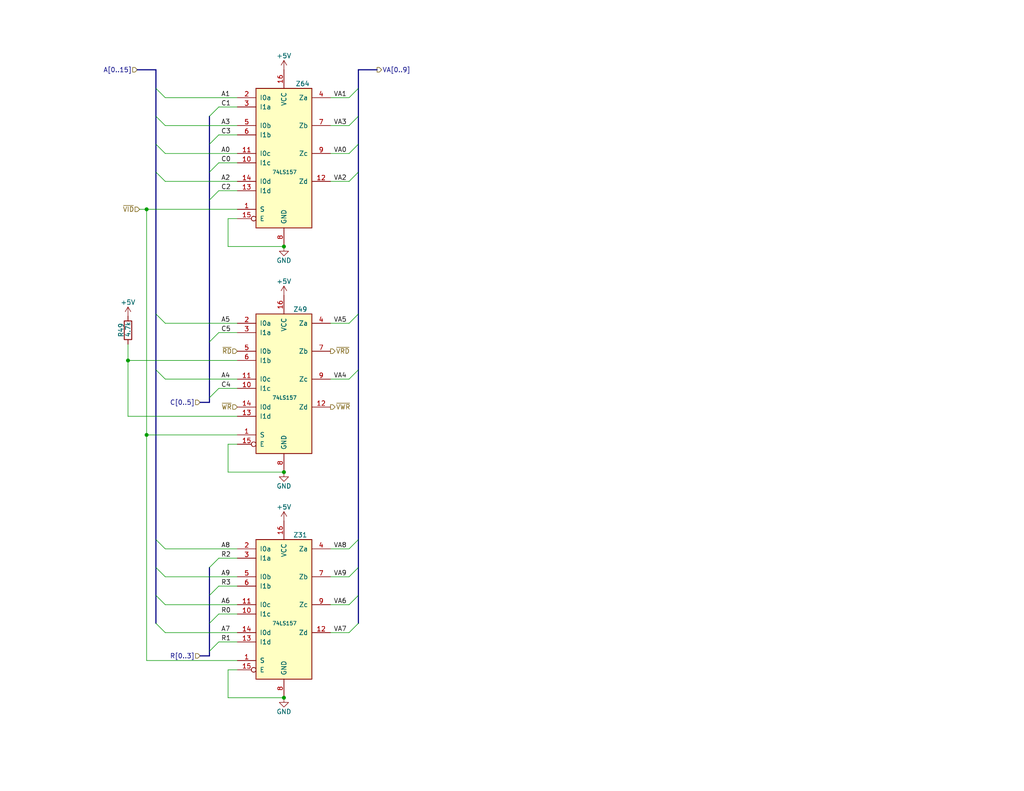
<source format=kicad_sch>
(kicad_sch (version 20231120) (generator "eeschema") (generator_version "8.0")
  (paper "USLetter")
  (title_block (title "TRS-80 Model I Rev G") (date "2024-11-29") (rev "E1C") (company "RetroStack - Marcel Erz") (comment 2 "Multiplexer for video RAM access of CPU or video circuit") (comment 4 "Video Access Multiplexer"))
  (lib_symbols
    (symbol "74xx:74LS157" (pin_names (offset 1.016))
      (property "Reference" "U" (at -7.62 19.05 0))
      (property "Value" "74LS157" (at -7.62 -21.59 0))
      (symbol "74LS157_1_0"
        (pin input line (at -12.7 -15.24 0) (length 5.08) (name "S") (number "1"))
        (pin input line (at -12.7 -2.54 0) (length 5.08) (name "I1c") (number "10"))
        (pin input line (at -12.7 0 0) (length 5.08) (name "I0c") (number "11"))
        (pin output line (at 12.7 -7.62 180) (length 5.08) (name "Zd") (number "12"))
        (pin input line (at -12.7 -10.16 0) (length 5.08) (name "I1d") (number "13"))
        (pin input line (at -12.7 -7.62 0) (length 5.08) (name "I0d") (number "14"))
        (pin input inverted (at -12.7 -17.78 0) (length 5.08) (name "E") (number "15"))
        (pin power_in line (at 0 22.86 270) (length 5.08) (name "VCC") (number "16"))
        (pin input line (at -12.7 15.24 0) (length 5.08) (name "I0a") (number "2"))
        (pin input line (at -12.7 12.7 0) (length 5.08) (name "I1a") (number "3"))
        (pin output line (at 12.7 15.24 180) (length 5.08) (name "Za") (number "4"))
        (pin input line (at -12.7 7.62 0) (length 5.08) (name "I0b") (number "5"))
        (pin input line (at -12.7 5.08 0) (length 5.08) (name "I1b") (number "6"))
        (pin output line (at 12.7 7.62 180) (length 5.08) (name "Zb") (number "7"))
        (pin power_in line (at 0 -25.4 90) (length 5.08) (name "GND") (number "8"))
        (pin output line (at 12.7 0 180) (length 5.08) (name "Zc") (number "9"))
      )
      (symbol "74LS157_1_1"
        (rectangle (start -7.62 17.78) (end 7.62 -20.32) (stroke (width 0.254)) (fill (type background)))
      )
    )
    (symbol "Device:R" (pin_numbers hide) (pin_names (offset 0))
      (property "Reference" "R" (at 2.032 0 90))
      (property "Value" "R" (at 0 0 90))
      (symbol "R_0_1"
        (rectangle (start -1.016 -2.54) (end 1.016 2.54) (stroke (width 0.254)))
      )
      (symbol "R_1_1"
        (pin passive line (at 0 3.81 270) (length 1.27) (name "~") (number "1"))
        (pin passive line (at 0 -3.81 90) (length 1.27) (name "~") (number "2"))
      )
    )
    (symbol "power:+5V" (power) (pin_names (offset 0))
      (property "Value" "+5V" (at 0 3.556 0))
      (symbol "+5V_0_1"
        (polyline (pts (xy -0.762 1.27) (xy 0 2.54)))
        (polyline (pts (xy 0 0) (xy 0 2.54)))
        (polyline (pts (xy 0 2.54) (xy 0.762 1.27)))
      )
      (symbol "+5V_1_1"
        (pin power_in line (at 0 0 90) (length 0) hide (name "+5V") (number "1"))
      )
    )
    (symbol "power:GND" (power) (pin_names (offset 0))
      (property "Value" "GND" (at 0 -3.81 0))
      (symbol "GND_0_1"
        (polyline (pts (xy 0 0) (xy 0 -1.27) (xy 1.27 -1.27) (xy 0 -2.54) (xy -1.27 -1.27) (xy 0 -1.27)))
      )
      (symbol "GND_1_1"
        (pin power_in line (at 0 0 270) (length 0) hide (name "GND") (number "1"))
      )
    )
  )
  (junction (at 77.47 128.905))
  (junction (at 77.47 190.5))
  (junction (at 77.47 67.31))
  (junction (at 40.005 57.15))
  (junction (at 40.005 118.745))
  (junction (at 34.925 98.425))
  (bus_entry (at 95.25 172.72) (size 2.54 -2.54))
  (bus_entry (at 95.25 49.53) (size 2.54 -2.54))
  (bus_entry (at 57.15 177.8) (size 2.54 -2.54))
  (bus_entry (at 95.25 26.67) (size 2.54 -2.54))
  (bus_entry (at 57.15 162.56) (size 2.54 -2.54))
  (bus_entry (at 57.15 154.94) (size 2.54 -2.54))
  (bus_entry (at 42.545 31.75) (size 2.54 2.54))
  (bus_entry (at 95.25 149.86) (size 2.54 -2.54))
  (bus_entry (at 57.15 46.99) (size 2.54 -2.54))
  (bus_entry (at 42.545 24.13) (size 2.54 2.54))
  (bus_entry (at 42.545 147.32) (size 2.54 2.54))
  (bus_entry (at 95.25 88.265) (size 2.54 -2.54))
  (bus_entry (at 42.545 39.37) (size 2.54 2.54))
  (bus_entry (at 42.545 162.56) (size 2.54 2.54))
  (bus_entry (at 57.15 31.75) (size 2.54 -2.54))
  (bus_entry (at 57.15 170.18) (size 2.54 -2.54))
  (bus_entry (at 42.545 85.725) (size 2.54 2.54))
  (bus_entry (at 42.545 170.18) (size 2.54 2.54))
  (bus_entry (at 95.25 41.91) (size 2.54 -2.54))
  (bus_entry (at 95.25 103.505) (size 2.54 -2.54))
  (bus_entry (at 42.545 154.94) (size 2.54 2.54))
  (bus_entry (at 57.15 93.345) (size 2.54 -2.54))
  (bus_entry (at 95.25 157.48) (size 2.54 -2.54))
  (bus_entry (at 57.15 39.37) (size 2.54 -2.54))
  (bus_entry (at 95.25 165.1) (size 2.54 -2.54))
  (bus_entry (at 57.15 108.585) (size 2.54 -2.54))
  (bus_entry (at 42.545 46.99) (size 2.54 2.54))
  (bus_entry (at 57.15 54.61) (size 2.54 -2.54))
  (bus_entry (at 42.545 100.965) (size 2.54 2.54))
  (bus_entry (at 95.25 34.29) (size 2.54 -2.54))
  (bus (pts (xy 57.15 177.8) (xy 57.15 179.07)))
  (bus (pts (xy 42.545 39.37) (xy 42.545 46.99)))
  (bus (pts (xy 42.545 147.32) (xy 42.545 154.94)))
  (bus (pts (xy 54.61 109.855) (xy 57.15 109.855)))
  (bus (pts (xy 97.79 19.05) (xy 102.87 19.05)))
  (bus (pts (xy 97.79 31.75) (xy 97.79 24.13)))
  (wire (pts (xy 62.23 190.5) (xy 77.47 190.5)))
  (wire (pts (xy 45.085 103.505) (xy 64.77 103.505)))
  (bus (pts (xy 97.79 170.18) (xy 97.79 162.56)))
  (wire (pts (xy 45.085 165.1) (xy 64.77 165.1)))
  (bus (pts (xy 57.15 46.99) (xy 57.15 54.61)))
  (bus (pts (xy 57.15 108.585) (xy 57.15 109.855)))
  (wire (pts (xy 64.77 121.285) (xy 62.23 121.285)))
  (bus (pts (xy 42.545 85.725) (xy 42.545 100.965)))
  (bus (pts (xy 42.545 162.56) (xy 42.545 170.18)))
  (bus (pts (xy 57.15 162.56) (xy 57.15 170.18)))
  (wire (pts (xy 38.1 57.15) (xy 40.005 57.15)))
  (wire (pts (xy 59.69 52.07) (xy 64.77 52.07)))
  (wire (pts (xy 45.085 49.53) (xy 64.77 49.53)))
  (wire (pts (xy 40.005 118.745) (xy 40.005 57.15)))
  (wire (pts (xy 59.69 152.4) (xy 64.77 152.4)))
  (wire (pts (xy 45.085 157.48) (xy 64.77 157.48)))
  (wire (pts (xy 62.23 67.31) (xy 77.47 67.31)))
  (bus (pts (xy 97.79 100.965) (xy 97.79 85.725)))
  (bus (pts (xy 54.61 179.07) (xy 57.15 179.07)))
  (wire (pts (xy 90.17 88.265) (xy 95.25 88.265)))
  (wire (pts (xy 90.17 103.505) (xy 95.25 103.505)))
  (bus (pts (xy 57.15 39.37) (xy 57.15 46.99)))
  (wire (pts (xy 62.23 182.88) (xy 62.23 190.5)))
  (wire (pts (xy 62.23 59.69) (xy 62.23 67.31)))
  (wire (pts (xy 90.17 26.67) (xy 95.25 26.67)))
  (bus (pts (xy 57.15 54.61) (xy 57.15 93.345)))
  (wire (pts (xy 45.085 172.72) (xy 64.77 172.72)))
  (wire (pts (xy 90.17 41.91) (xy 95.25 41.91)))
  (wire (pts (xy 59.69 90.805) (xy 64.77 90.805)))
  (wire (pts (xy 59.69 29.21) (xy 64.77 29.21)))
  (wire (pts (xy 64.77 118.745) (xy 40.005 118.745)))
  (wire (pts (xy 64.77 113.665) (xy 34.925 113.665)))
  (bus (pts (xy 57.15 170.18) (xy 57.15 177.8)))
  (wire (pts (xy 45.085 26.67) (xy 64.77 26.67)))
  (wire (pts (xy 90.17 172.72) (xy 95.25 172.72)))
  (bus (pts (xy 97.79 147.32) (xy 97.79 100.965)))
  (bus (pts (xy 42.545 154.94) (xy 42.545 162.56)))
  (wire (pts (xy 62.23 128.905) (xy 77.47 128.905)))
  (bus (pts (xy 57.15 31.75) (xy 57.15 39.37)))
  (wire (pts (xy 45.085 34.29) (xy 64.77 34.29)))
  (wire (pts (xy 90.17 149.86) (xy 95.25 149.86)))
  (bus (pts (xy 97.79 46.99) (xy 97.79 39.37)))
  (bus (pts (xy 42.545 100.965) (xy 42.545 147.32)))
  (bus (pts (xy 42.545 24.13) (xy 42.545 31.75)))
  (wire (pts (xy 64.77 98.425) (xy 34.925 98.425)))
  (wire (pts (xy 62.23 121.285) (xy 62.23 128.905)))
  (wire (pts (xy 90.17 165.1) (xy 95.25 165.1)))
  (wire (pts (xy 45.085 41.91) (xy 64.77 41.91)))
  (wire (pts (xy 64.77 180.34) (xy 40.005 180.34)))
  (wire (pts (xy 59.69 44.45) (xy 64.77 44.45)))
  (wire (pts (xy 90.17 49.53) (xy 95.25 49.53)))
  (wire (pts (xy 34.925 113.665) (xy 34.925 98.425)))
  (bus (pts (xy 97.79 85.725) (xy 97.79 46.99)))
  (bus (pts (xy 42.545 46.99) (xy 42.545 85.725)))
  (wire (pts (xy 64.77 59.69) (xy 62.23 59.69)))
  (wire (pts (xy 90.17 34.29) (xy 95.25 34.29)))
  (bus (pts (xy 42.545 19.05) (xy 42.545 24.13)))
  (bus (pts (xy 97.79 39.37) (xy 97.79 31.75)))
  (bus (pts (xy 42.545 31.75) (xy 42.545 39.37)))
  (bus (pts (xy 97.79 162.56) (xy 97.79 154.94)))
  (wire (pts (xy 34.925 98.425) (xy 34.925 93.98)))
  (wire (pts (xy 90.17 157.48) (xy 95.25 157.48)))
  (wire (pts (xy 45.085 149.86) (xy 64.77 149.86)))
  (wire (pts (xy 45.085 88.265) (xy 64.77 88.265)))
  (wire (pts (xy 59.69 106.045) (xy 64.77 106.045)))
  (wire (pts (xy 59.69 36.83) (xy 64.77 36.83)))
  (wire (pts (xy 59.69 167.64) (xy 64.77 167.64)))
  (bus (pts (xy 97.79 154.94) (xy 97.79 147.32)))
  (bus (pts (xy 57.15 154.94) (xy 57.15 162.56)))
  (wire (pts (xy 40.005 57.15) (xy 64.77 57.15)))
  (wire (pts (xy 59.69 160.02) (xy 64.77 160.02)))
  (wire (pts (xy 40.005 180.34) (xy 40.005 118.745)))
  (bus (pts (xy 37.465 19.05) (xy 42.545 19.05)))
  (wire (pts (xy 64.77 182.88) (xy 62.23 182.88)))
  (bus (pts (xy 57.15 93.345) (xy 57.15 108.585)))
  (bus (pts (xy 97.79 24.13) (xy 97.79 19.05)))
  (wire (pts (xy 59.69 175.26) (xy 64.77 175.26)))
  (label "R0" (at 60.325 167.64 0))
  (label "VA5" (at 94.615 88.265 180))
  (label "VA9" (at 94.615 157.48 180))
  (label "VA2" (at 94.615 49.53 180))
  (label "C0" (at 60.325 44.45 0))
  (label "A9" (at 60.325 157.48 0))
  (label "C3" (at 60.325 36.83 0))
  (label "A1" (at 60.325 26.67 0))
  (label "VA1" (at 94.615 26.67 180))
  (label "C4" (at 60.325 106.045 0))
  (label "A3" (at 60.325 34.29 0))
  (label "VA4" (at 94.615 103.505 180))
  (label "C1" (at 60.325 29.21 0))
  (label "R2" (at 60.325 152.4 0))
  (label "VA6" (at 94.615 165.1 180))
  (label "A6" (at 60.325 165.1 0))
  (label "C5" (at 60.325 90.805 0))
  (label "A2" (at 60.325 49.53 0))
  (label "C2" (at 60.325 52.07 0))
  (label "R3" (at 60.325 160.02 0))
  (label "VA7" (at 94.615 172.72 180))
  (label "VA3" (at 94.615 34.29 180))
  (label "A0" (at 60.325 41.91 0))
  (label "A8" (at 60.325 149.86 0))
  (label "R1" (at 60.325 175.26 0))
  (label "A4" (at 60.325 103.505 0))
  (label "VA8" (at 94.615 149.86 180))
  (label "A7" (at 60.325 172.72 0))
  (label "A5" (at 60.325 88.265 0))
  (label "VA0" (at 94.615 41.91 180))
  (hierarchical_label "VA[0..9]" (shape output) (at 102.87 19.05 0))
  (hierarchical_label "~{WR}" (shape input) (at 64.77 111.125 180))
  (hierarchical_label "~{VRD}" (shape output) (at 90.17 95.885 0))
  (hierarchical_label "~{VWR}" (shape output) (at 90.17 111.125 0))
  (hierarchical_label "~{VID}" (shape input) (at 38.1 57.15 180))
  (hierarchical_label "A[0..15]" (shape input) (at 37.465 19.05 180))
  (hierarchical_label "C[0..5]" (shape input) (at 54.61 109.855 180))
  (hierarchical_label "~{RD}" (shape input) (at 64.77 95.885 180))
  (hierarchical_label "R[0..3]" (shape input) (at 54.61 179.07 180))
  (symbol (lib_id "74xx:74LS157") (at 77.47 165.1 0) (unit 1)
    (property "Reference" "Z31" (at 80.01 146.05 0) (effects (justify left)))
    (property "Value" "74LS157" (at 74.295 170.18 0) (effects (font (size 1 1)) (justify left)))
    (property "Footprint" "RetroStackLibrary:TRS80_Model_I_DIP16" (effects (hide yes)))
    (property "Datasheet" "http://www.ti.com/lit/gpn/sn74LS157" (effects (hide yes)))
  )
  (symbol (lib_id "power:GND") (at 77.47 190.5 0) (unit 1)
    (property "Reference" "#PWR0136" (effects (hide yes)))
    (property "Value" "GND" (at 77.47 194.31 0))
  )
  (symbol (lib_id "power:GND") (at 77.47 128.905 0) (unit 1)
    (property "Reference" "#PWR0134" (effects (hide yes)))
    (property "Value" "GND" (at 77.47 132.715 0))
  )
  (symbol (lib_id "Device:R") (at 34.925 90.17 0) (unit 1)
    (property "Reference" "R49" (at 33.02 92.075 90) (effects (justify left)))
    (property "Value" "4.7k" (at 34.925 92.075 90) (effects (justify left)))
    (property "Footprint" "RetroStackLibrary:TRS80_Model_I_R_0.25W" (effects (hide yes)))
  )
  (symbol (lib_id "power:+5V") (at 77.47 80.645 0) (unit 1)
    (property "Reference" "#PWR0133" (effects (hide yes)))
    (property "Value" "+5V" (at 77.47 76.835 0))
  )
  (symbol (lib_id "power:GND") (at 77.47 67.31 0) (unit 1)
    (property "Reference" "#PWR0132" (effects (hide yes)))
    (property "Value" "GND" (at 77.47 71.12 0))
  )
  (symbol (lib_id "74xx:74LS157") (at 77.47 41.91 0) (unit 1)
    (property "Reference" "Z64" (at 80.645 22.86 0) (effects (justify left)))
    (property "Value" "74LS157" (at 74.295 46.99 0) (effects (font (size 1 1)) (justify left)))
    (property "Footprint" "RetroStackLibrary:TRS80_Model_I_DIP16" (effects (hide yes)))
    (property "Datasheet" "http://www.ti.com/lit/gpn/sn74LS157" (effects (hide yes)))
  )
  (symbol (lib_id "power:+5V") (at 77.47 142.24 0) (unit 1)
    (property "Reference" "#PWR0135" (effects (hide yes)))
    (property "Value" "+5V" (at 77.47 138.43 0))
  )
  (symbol (lib_id "power:+5V") (at 34.925 86.36 0) (unit 1)
    (property "Reference" "#PWR0130" (effects (hide yes)))
    (property "Value" "+5V" (at 34.925 82.55 0))
  )
  (symbol (lib_id "power:+5V") (at 77.47 19.05 0) (unit 1)
    (property "Reference" "#PWR0131" (effects (hide yes)))
    (property "Value" "+5V" (at 77.47 15.24 0))
  )
  (symbol (lib_id "74xx:74LS157") (at 77.47 103.505 0) (unit 1)
    (property "Reference" "Z49" (at 80.01 84.455 0) (effects (justify left)))
    (property "Value" "74LS157" (at 74.295 108.585 0) (effects (font (size 1 1)) (justify left)))
    (property "Footprint" "RetroStackLibrary:TRS80_Model_I_DIP16" (effects (hide yes)))
    (property "Datasheet" "http://www.ti.com/lit/gpn/sn74LS157" (effects (hide yes)))
  )
)
</source>
